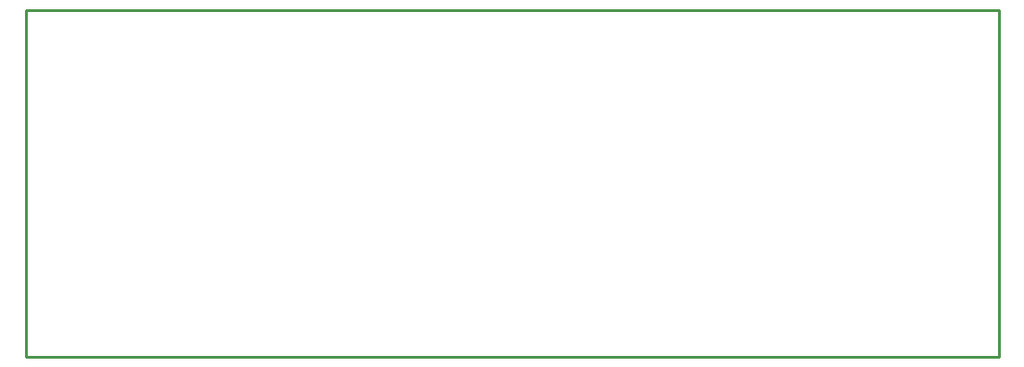
<source format=gbr>
G04 start of page 4 for group 2 idx 2 *
G04 Title: (unknown), outline *
G04 Creator: pcb 20110918 *
G04 CreationDate: Thu 15 May 2014 04:46:46 AM GMT UTC *
G04 For: railfan *
G04 Format: Gerber/RS-274X *
G04 PCB-Dimensions: 350000 125000 *
G04 PCB-Coordinate-Origin: lower left *
%MOIN*%
%FSLAX25Y25*%
%LNOUTLINE*%
%ADD59C,0.0100*%
G54D59*X0Y125000D02*X350000D01*
Y0D01*
X0D01*
Y125000D01*
M02*

</source>
